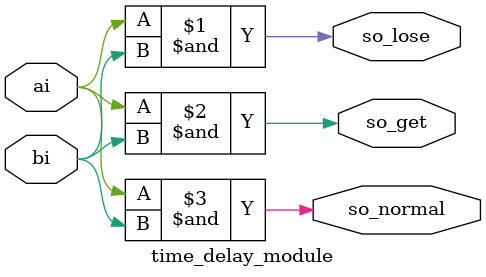
<source format=v>
module time_delay_module(
        input   ai, bi,
        output  so_lose, so_get, so_normal);

        assign #20      so_lose      = ai & bi ;
        assign  #5      so_get       = ai & bi ;
        assign          so_normal    = ai & bi ;

endmodule

</source>
